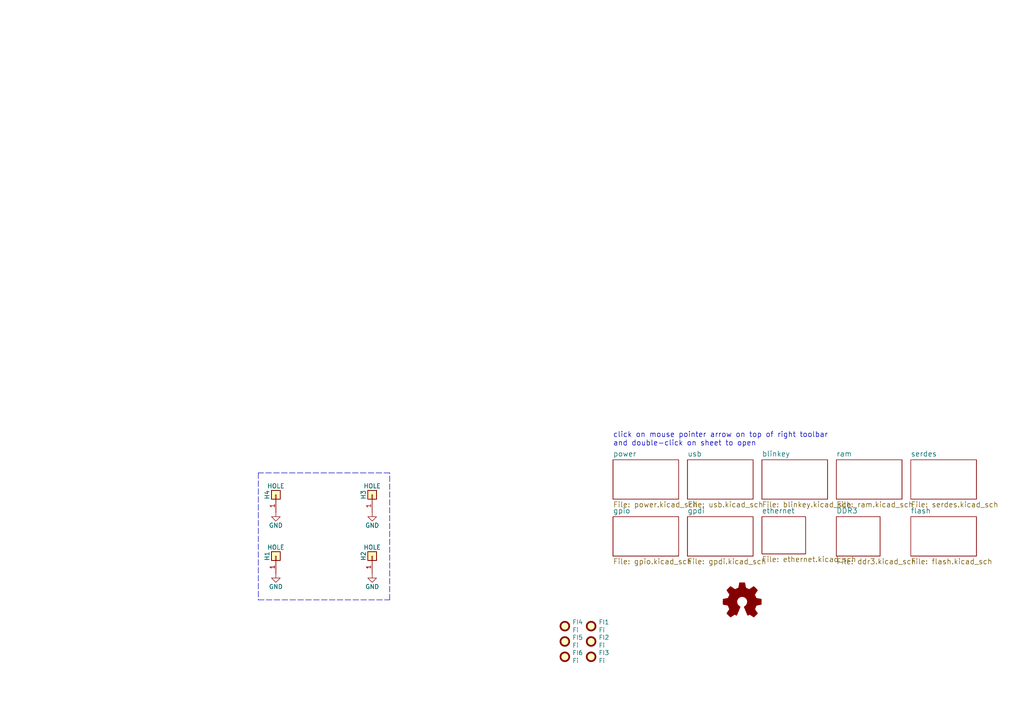
<source format=kicad_sch>
(kicad_sch (version 20231120) (generator "eeschema") (generator_version "8.0")
  (paper "A4")
  (title_block (title "ULX4M-LS") (date "2021-11-05") (rev "0.0.2") (company "Intergalaktik d.o.o.") (comment 1 "Root sheet") (comment 2 "License: CERN-OHL-S v2"))
  (lib_symbols
    (symbol "Connector_Generic:Conn_01x01" (pin_names (offset 1.016) hide)
      (property "Reference" "J" (at 0 2.54 0))
      (property "Value" "Conn_01x01" (at 0 -2.54 0))
      (symbol "Conn_01x01_1_1"
        (rectangle (start -1.27 0.127) (end 0 -0.127) (stroke (width 0.1524)))
        (rectangle (start -1.27 1.27) (end 1.27 -1.27) (stroke (width 0.254)) (fill (type background)))
        (pin passive line (at -5.08 0 0) (length 3.81) (name "Pin_1") (number "1"))
      )
    )
    (symbol "Graphic:Logo_Open_Hardware_Small" (in_bom no) (on_board no)
      (symbol "Logo_Open_Hardware_Small_0_1"
        (polyline (pts (xy 3.3528 -4.3434) (xy 3.302 -4.318) (xy 3.175 -4.2418) (xy 2.9972 -4.1148) (xy 2.7686 -3.9624) (xy 2.54 -3.81) (xy 2.3622 -3.7084) (xy 2.2352 -3.6068) (xy 2.1844 -3.5814) (xy 2.159 -3.6068) (xy 2.0574 -3.6576) (xy 1.905 -3.7338) (xy 1.8034 -3.7846) (xy 1.6764 -3.8354) (xy 1.6002 -3.8354) (xy 1.6002 -3.8354) (xy 1.5494 -3.7338) (xy 1.4732 -3.5306) (xy 1.3462 -3.302) (xy 1.2446 -3.0226) (xy 1.1176 -2.7178) (xy 0.9652 -2.413) (xy 0.8636 -2.1082) (xy 0.7366 -1.8288) (xy 0.6604 -1.6256) (xy 0.6096 -1.4732) (xy 0.5842 -1.397) (xy 0.5842 -1.397) (xy 0.6604 -1.3208) (xy 0.7874 -1.2446) (xy 1.0414 -1.016) (xy 1.2954 -0.6858) (xy 1.4478 -0.3302) (xy 1.524 0.0762) (xy 1.4732 0.4572) (xy 1.3208 0.8128) (xy 1.0668 1.143) (xy 0.762 1.3716) (xy 0.4064 1.524) (xy 0 1.5748) (xy -0.381 1.5494) (xy -0.7366 1.397) (xy -1.0668 1.143) (xy -1.2192 0.9906) (xy -1.397 0.6604) (xy -1.524 0.3048) (xy -1.524 0.2286) (xy -1.4986 -0.1778) (xy -1.397 -0.5334) (xy -1.1938 -0.8636) (xy -0.9144 -1.143) (xy -0.8636 -1.1684) (xy -0.7366 -1.27) (xy -0.635 -1.3462) (xy -0.5842 -1.397) (xy -1.0668 -2.5908) (xy -1.143 -2.794) (xy -1.2954 -3.1242) (xy -1.397 -3.4036) (xy -1.4986 -3.6322) (xy -1.5748 -3.7846) (xy -1.6002 -3.8354) (xy -1.6002 -3.8354) (xy -1.651 -3.8354) (xy -1.7272 -3.81) (xy -1.905 -3.7338) (xy -2.0066 -3.683) (xy -2.1336 -3.6068) (xy -2.2098 -3.5814) (xy -2.2606 -3.6068) (xy -2.3622 -3.683) (xy -2.54 -3.81) (xy -2.7686 -3.9624) (xy -2.9718 -4.0894) (xy -3.1496 -4.2164) (xy -3.302 -4.318) (xy -3.3528 -4.3434) (xy -3.3782 -4.3434) (xy -3.429 -4.318) (xy -3.5306 -4.2164) (xy -3.7084 -4.064) (xy -3.937 -3.8354) (xy -3.9624 -3.81) (xy -4.1656 -3.6068) (xy -4.318 -3.4544) (xy -4.4196 -3.3274) (xy -4.445 -3.2766) (xy -4.445 -3.2766) (xy -4.4196 -3.2258) (xy -4.318 -3.0734) (xy -4.2164 -2.8956) (xy -4.064 -2.667) (xy -3.6576 -2.0828) (xy -3.8862 -1.5494) (xy -3.937 -1.3716) (xy -4.0386 -1.1684) (xy -4.0894 -1.0414) (xy -4.1148 -0.9652) (xy -4.191 -0.9398) (xy -4.318 -0.9144) (xy -4.5466 -0.8636) (xy -4.8006 -0.8128) (xy -5.0546 -0.7874) (xy -5.2578 -0.7366) (xy -5.4356 -0.7112) (xy -5.5118 -0.6858) (xy -5.5118 -0.6858) (xy -5.5372 -0.635) (xy -5.5372 -0.5588) (xy -5.5372 -0.4318) (xy -5.5626 -0.2286) (xy -5.5626 0.0762) (xy -5.5626 0.127) (xy -5.5372 0.4064) (xy -5.5372 0.635) (xy -5.5372 0.762) (xy -5.5372 0.8382) (xy -5.5372 0.8382) (xy -5.461 0.8382) (xy -5.3086 0.889) (xy -5.08 0.9144) (xy -4.826 0.9652) (xy -4.8006 0.9906) (xy -4.5466 1.0414) (xy -4.318 1.0668) (xy -4.1656 1.1176) (xy -4.0894 1.143) (xy -4.0894 1.143) (xy -4.0386 1.2446) (xy -3.9624 1.4224) (xy -3.8608 1.6256) (xy -3.7846 1.8288) (xy -3.7084 2.0066) (xy -3.6576 2.159) (xy -3.6322 2.2098) (xy -3.6322 2.2098) (xy -3.683 2.286) (xy -3.7592 2.413) (xy -3.8862 2.5908) (xy -4.064 2.8194) (xy -4.064 2.8448) (xy -4.2164 3.0734) (xy -4.3434 3.2512) (xy -4.4196 3.3782) (xy -4.445 3.4544) (xy -4.445 3.4544) (xy -4.3942 3.5052) (xy -4.2926 3.6322) (xy -4.1148 3.81) (xy -3.937 4.0132) (xy -3.8608 4.064) (xy -3.6576 4.2926) (xy -3.5052 4.4196) (xy -3.4036 4.4958) (xy -3.3528 4.5212) (xy -3.3528 4.5212) (xy -3.302 4.4704) (xy -3.1496 4.3688) (xy -2.9718 4.2418) (xy -2.7432 4.0894) (xy -2.7178 4.0894) (xy -2.4892 3.937) (xy -2.3114 3.81) (xy -2.1844 3.7084) (xy -2.1336 3.683) (xy -2.1082 3.683) (xy -2.032 3.7084) (xy -1.8542 3.7592) (xy -1.6764 3.8354) (xy -1.4732 3.937) (xy -1.27 4.0132) (xy -1.143 4.064) (xy -1.0668 4.1148) (xy -1.0668 4.1148) (xy -1.0414 4.191) (xy -1.016 4.3434) (xy -0.9652 4.572) (xy -0.9144 4.8514) (xy -0.889 4.9022) (xy -0.8382 5.1562) (xy -0.8128 5.3848) (xy -0.7874 5.5372) (xy -0.762 5.588) (xy -0.7112 5.6134) (xy -0.5842 5.6134) (xy -0.4064 5.6134) (xy -0.1524 5.6134) (xy 0.0762 5.6134) (xy 0.3302 5.6134) (xy 0.5334 5.6134) (xy 0.6858 5.588) (xy 0.7366 5.588) (xy 0.7366 5.588) (xy 0.762 5.5118) (xy 0.8128 5.334) (xy 0.8382 5.1054) (xy 0.9144 4.826) (xy 0.9144 4.7752) (xy 0.9652 4.5212) (xy 1.016 4.2926) (xy 1.0414 4.1402) (xy 1.0668 4.0894) (xy 1.0668 4.0894) (xy 1.1938 4.0386) (xy 1.3716 3.9624) (xy 1.5748 3.8608) (xy 2.0828 3.6576) (xy 2.7178 4.0894) (xy 2.7686 4.1402) (xy 2.9972 4.2926) (xy 3.175 4.4196) (xy 3.302 4.4958) (xy 3.3782 4.5212) (xy 3.3782 4.5212) (xy 3.429 4.4704) (xy 3.556 4.3434) (xy 3.7338 4.191) (xy 3.9116 3.9878) (xy 4.064 3.8354) (xy 4.2418 3.6576) (xy 4.3434 3.556) (xy 4.4196 3.4798) (xy 4.4196 3.429) (xy 4.4196 3.4036) (xy 4.3942 3.3274) (xy 4.2926 3.2004) (xy 4.1656 2.9972) (xy 4.0132 2.794) (xy 3.8862 2.5908) (xy 3.7592 2.3876) (xy 3.6576 2.2352) (xy 3.6322 2.159) (xy 3.6322 2.1336) (xy 3.683 2.0066) (xy 3.7592 1.8288) (xy 3.8608 1.6002) (xy 4.064 1.1176) (xy 4.3942 1.0414) (xy 4.5974 1.016) (xy 4.8768 0.9652) (xy 5.1308 0.9144) (xy 5.5372 0.8382) (xy 5.5626 -0.6604) (xy 5.4864 -0.6858) (xy 5.4356 -0.6858) (xy 5.2832 -0.7366) (xy 5.0546 -0.762) (xy 4.8006 -0.8128) (xy 4.5974 -0.8636) (xy 4.3688 -0.9144) (xy 4.2164 -0.9398) (xy 4.1402 -0.9398) (xy 4.1148 -0.9652) (xy 4.064 -1.0668) (xy 3.9878 -1.2446) (xy 3.9116 -1.4478) (xy 3.81 -1.651) (xy 3.7338 -1.8542) (xy 3.683 -2.0066) (xy 3.6576 -2.0828) (xy 3.683 -2.1336) (xy 3.7846 -2.2606) (xy 3.8862 -2.4638) (xy 4.0386 -2.667) (xy 4.191 -2.8956) (xy 4.318 -3.0734) (xy 4.3942 -3.2004) (xy 4.445 -3.2766) (xy 4.4196 -3.3274) (xy 4.3434 -3.429) (xy 4.1656 -3.5814) (xy 3.937 -3.8354) (xy 3.8862 -3.8608) (xy 3.683 -4.064) (xy 3.5306 -4.2164) (xy 3.4036 -4.318) (xy 3.3528 -4.3434)) (fill (type outline)))
      )
    )
    (symbol "Mechanical:Fiducial" (exclude_from_sim yes) (in_bom no)
      (property "Reference" "FID" (at 0 5.08 0))
      (property "Value" "Fiducial" (at 0 3.175 0))
      (symbol "Fiducial_0_1"
        (circle (center 0 0) (radius 1.27) (stroke (width 0.508)) (fill (type background)))
      )
    )
    (symbol "ulx4m-rescue:GND-power" (power) (pin_names (offset 0))
      (property "Value" "power_GND" (at 0 -3.81 0))
      (symbol "GND-power_0_1"
        (polyline (pts (xy 0 0) (xy 0 -1.27) (xy 1.27 -1.27) (xy 0 -2.54) (xy -1.27 -1.27) (xy 0 -1.27)))
      )
      (symbol "GND-power_1_1"
        (pin power_in line (at 0 0 270) (length 0) hide (name "GND") (number "1"))
      )
    )
  )
  (polyline (pts (xy 74.93 173.99) (xy 113.03 173.99)) (stroke (width 0) (type dash)))
  (polyline (pts (xy 113.03 173.99) (xy 113.03 137.16)) (stroke (width 0) (type dash)))
  (polyline (pts (xy 113.03 137.16) (xy 74.93 137.16)) (stroke (width 0) (type dash)))
  (polyline (pts (xy 74.93 137.16) (xy 74.93 173.99)) (stroke (width 0) (type dash)))
  (text "click on mouse pointer arrow on top of right toolbar\nand double-click on sheet to open" (at 177.8 129.54 0) (effects (font (size 1.524 1.524)) (justify left bottom)))
  (symbol (lib_id "Connector_Generic:Conn_01x01") (at 80.01 161.29 90) (unit 1)
    (property "Reference" "H1" (at 77.47 161.29 0))
    (property "Value" "HOLE" (at 80.01 158.75 90))
    (property "Footprint" "Mounting_Holes:MountingHole_3.2mm_M3_ISO14580_Pad" (effects (hide yes)))
  )
  (symbol (lib_id "Connector_Generic:Conn_01x01") (at 107.95 161.29 90) (unit 1)
    (property "Reference" "H2" (at 105.41 161.29 0))
    (property "Value" "HOLE" (at 107.95 158.75 90))
    (property "Footprint" "Mounting_Holes:MountingHole_3.2mm_M3_ISO14580_Pad" (effects (hide yes)))
  )
  (symbol (lib_id "Connector_Generic:Conn_01x01") (at 107.95 143.51 90) (unit 1)
    (property "Reference" "H3" (at 105.41 143.51 0))
    (property "Value" "HOLE" (at 107.95 140.97 90))
    (property "Footprint" "Mounting_Holes:MountingHole_3.2mm_M3_ISO14580_Pad" (effects (hide yes)))
  )
  (symbol (lib_id "Connector_Generic:Conn_01x01") (at 80.01 143.51 90) (unit 1)
    (property "Reference" "H4" (at 77.47 143.51 0))
    (property "Value" "HOLE" (at 80.01 140.97 90))
    (property "Footprint" "Mounting_Holes:MountingHole_3.2mm_M3_ISO14580_Pad" (effects (hide yes)))
    (property "Note" "Leave empty" (effects (hide yes)))
  )
  (symbol (lib_id "ulx4m-rescue:GND-power") (at 80.01 166.37 0) (unit 1)
    (property "Reference" "#PWR02" (effects (hide yes)))
    (property "Value" "GND" (at 80.01 170.18 0))
  )
  (symbol (lib_id "ulx4m-rescue:GND-power") (at 107.95 166.37 0) (unit 1)
    (property "Reference" "#PWR04" (effects (hide yes)))
    (property "Value" "GND" (at 107.95 170.18 0))
  )
  (symbol (lib_id "ulx4m-rescue:GND-power") (at 107.95 148.59 0) (unit 1)
    (property "Reference" "#PWR03" (effects (hide yes)))
    (property "Value" "GND" (at 107.95 152.4 0))
  )
  (symbol (lib_id "ulx4m-rescue:GND-power") (at 80.01 148.59 0) (unit 1)
    (property "Reference" "#PWR01" (effects (hide yes)))
    (property "Value" "GND" (at 80.01 152.4 0))
  )
  (symbol (lib_id "Graphic:Logo_Open_Hardware_Small") (at 215.265 174.625 0) (unit 1)
    (property "Reference" "#LOGO1" (effects (hide yes)))
    (property "Value" "Logo_Open_Hardware_Small" (effects (hide yes)))
  )
  (symbol (lib_id "Mechanical:Fiducial") (at 171.45 181.61 0) (unit 1)
    (property "Reference" "FI1" (at 173.609 180.4416 0) (effects (justify left)))
    (property "Value" "Fi" (at 173.609 182.753 0) (effects (justify left)))
    (property "Footprint" "Fiducial:Fiducial_0.5mm_Mask1mm" (effects (hide yes)))
  )
  (symbol (lib_id "Mechanical:Fiducial") (at 171.45 186.055 0) (unit 1)
    (property "Reference" "FI2" (at 173.609 184.8866 0) (effects (justify left)))
    (property "Value" "Fi" (at 173.609 187.198 0) (effects (justify left)))
    (property "Footprint" "Fiducial:Fiducial_0.5mm_Mask1mm" (effects (hide yes)))
  )
  (symbol (lib_id "Mechanical:Fiducial") (at 171.45 190.5 0) (unit 1)
    (property "Reference" "FI3" (at 173.609 189.3316 0) (effects (justify left)))
    (property "Value" "Fi" (at 173.609 191.643 0) (effects (justify left)))
    (property "Footprint" "Fiducial:Fiducial_0.5mm_Mask1mm" (effects (hide yes)))
  )
  (symbol (lib_id "Mechanical:Fiducial") (at 163.83 181.61 0) (unit 1)
    (property "Reference" "FI4" (at 165.989 180.4416 0) (effects (justify left)))
    (property "Value" "Fi" (at 165.989 182.753 0) (effects (justify left)))
    (property "Footprint" "Fiducial:Fiducial_0.5mm_Mask1mm" (effects (hide yes)))
  )
  (symbol (lib_id "Mechanical:Fiducial") (at 163.83 186.055 0) (unit 1)
    (property "Reference" "FI5" (at 165.989 184.8866 0) (effects (justify left)))
    (property "Value" "Fi" (at 165.989 187.198 0) (effects (justify left)))
    (property "Footprint" "Fiducial:Fiducial_0.5mm_Mask1mm" (effects (hide yes)))
  )
  (symbol (lib_id "Mechanical:Fiducial") (at 163.83 190.5 0) (unit 1)
    (property "Reference" "FI6" (at 165.989 189.3316 0) (effects (justify left)))
    (property "Value" "Fi" (at 165.989 191.643 0) (effects (justify left)))
    (property "Footprint" "Fiducial:Fiducial_0.5mm_Mask1mm" (effects (hide yes)))
  )
  (sheet (at 177.8 149.86) (size 19.05 11.43)
    (property "Sheetname" "gpio" (at 177.8 149.0214 0) (effects (font (size 1.524 1.524)) (justify left bottom)))
    (property "Sheetfile" "gpio.kicad_sch" (at 177.8 161.9762 0) (effects (font (size 1.524 1.524)) (justify left top)))
  )
  (sheet (at 177.8 133.35) (size 19.05 11.43)
    (property "Sheetname" "power" (at 177.8 132.5114 0) (effects (font (size 1.524 1.524)) (justify left bottom)))
    (property "Sheetfile" "power.kicad_sch" (at 177.8 145.4662 0) (effects (font (size 1.524 1.524)) (justify left top)))
  )
  (sheet (at 220.98 133.35) (size 19.05 11.43)
    (property "Sheetname" "blinkey" (at 220.98 132.5114 0) (effects (font (size 1.524 1.524)) (justify left bottom)))
    (property "Sheetfile" "blinkey.kicad_sch" (at 220.98 145.4662 0) (effects (font (size 1.524 1.524)) (justify left top)))
  )
  (sheet (at 199.39 149.86) (size 19.05 11.43)
    (property "Sheetname" "gpdi" (at 199.39 149.0214 0) (effects (font (size 1.524 1.524)) (justify left bottom)))
    (property "Sheetfile" "gpdi.kicad_sch" (at 199.39 161.9762 0) (effects (font (size 1.524 1.524)) (justify left top)))
  )
  (sheet (at 199.39 133.35) (size 19.05 11.43)
    (property "Sheetname" "usb" (at 199.39 132.5114 0) (effects (font (size 1.524 1.524)) (justify left bottom)))
    (property "Sheetfile" "usb.kicad_sch" (at 199.39 145.4662 0) (effects (font (size 1.524 1.524)) (justify left top)))
  )
  (sheet (at 242.57 133.35) (size 19.05 11.43)
    (property "Sheetname" "ram" (at 242.57 132.5114 0) (effects (font (size 1.524 1.524)) (justify left bottom)))
    (property "Sheetfile" "ram.kicad_sch" (at 242.57 145.4662 0) (effects (font (size 1.524 1.524)) (justify left top)))
  )
  (sheet (at 264.16 149.86) (size 19.05 11.43)
    (property "Sheetname" "flash" (at 264.16 149.0214 0) (effects (font (size 1.524 1.524)) (justify left bottom)))
    (property "Sheetfile" "flash.kicad_sch" (at 264.16 161.9762 0) (effects (font (size 1.524 1.524)) (justify left top)))
  )
  (sheet (at 264.16 133.35) (size 19.05 11.43)
    (property "Sheetname" "serdes" (at 264.16 132.5114 0) (effects (font (size 1.524 1.524)) (justify left bottom)))
    (property "Sheetfile" "serdes.kicad_sch" (at 264.16 145.4662 0) (effects (font (size 1.524 1.524)) (justify left top)))
  )
  (sheet (at 242.57 149.86) (size 12.7 11.43)
    (property "Sheetname" "DDR3" (at 242.57 149.0214 0) (effects (font (size 1.524 1.524)) (justify left bottom)))
    (property "Sheetfile" "ddr3.kicad_sch" (at 242.57 161.9762 0) (effects (font (size 1.524 1.524)) (justify left top)))
  )
  (sheet (at 220.98 149.86) (size 12.7 10.795)
    (property "Sheetname" "ethernet" (at 220.98 149.0214 0) (effects (font (size 1.524 1.524)) (justify left bottom)))
    (property "Sheetfile" "ethernet.kicad_sch" (at 220.98 161.3412 0) (effects (font (size 1.524 1.524)) (justify left top)))
  )
)
</source>
